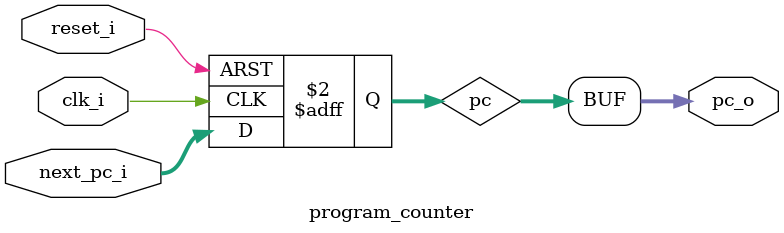
<source format=v>


module program_counter(
    input clk_i,
    input reset_i,
    input [31:0] next_pc_i,
    output [31:0] pc_o
    );
reg [31:0] pc;
assign pc_o = pc;

always @ (posedge clk_i or posedge reset_i)
begin
    if (reset_i)  pc <= 'hffff_fffc;
    else        pc <= next_pc_i;
end


endmodule

</source>
